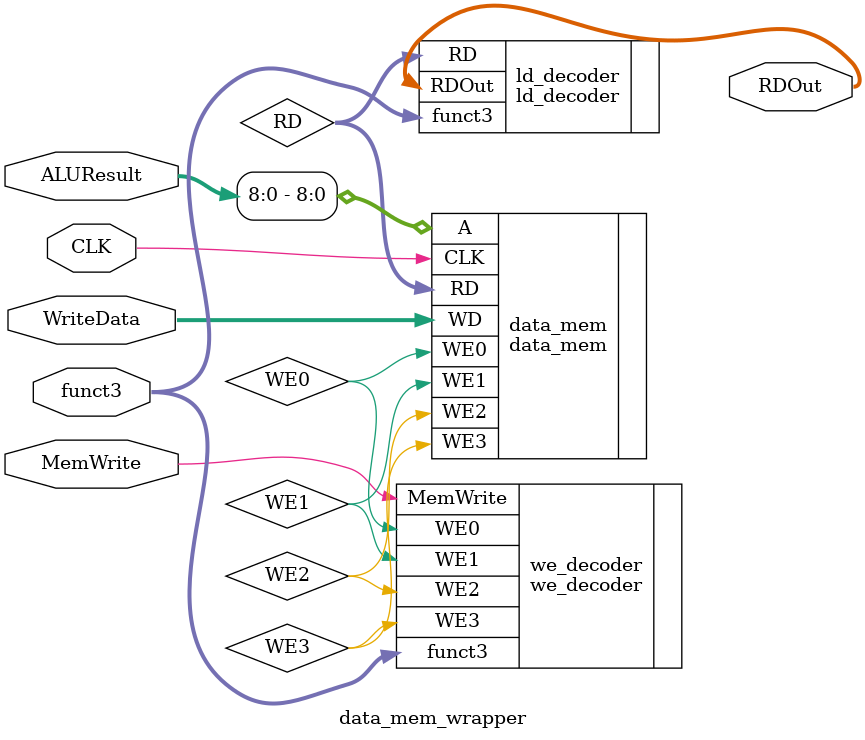
<source format=sv>
module data_mem_wrapper #(
    parameter DATA_WIDTH = 32,
    parameter MEM_ADDRESS_WIDTH = 9,
    parameter FUNCT3_WIDTH = 3,
    parameter BYTE_WIDTH   = 8

)(
    input logic                  CLK,
    input logic [DATA_WIDTH-1:0] ALUResult,
    input logic [DATA_WIDTH-1:0] WriteData,
    input logic [FUNCT3_WIDTH-1:0] funct3,
    input logic                    MemWrite,
    output logic [DATA_WIDTH-1:0]  RDOut
);
    logic WE0;
    logic WE1;
    logic WE2;
    logic WE3;
    logic [DATA_WIDTH-1:0] RD;
    data_mem  #(
        .DATA_WIDTH(DATA_WIDTH),
        .ADDRESS_WIDTH(MEM_ADDRESS_WIDTH),
        .BYTE_WIDTH(BYTE_WIDTH)
    )
    data_mem (
        .CLK(CLK),
        .A(ALUResult[8:0]),
        .WD(WriteData),
        .WE0(WE0),
        .WE1(WE1),
        .WE2(WE2),
        .WE3(WE3),
        .RD(RD)
    );

    we_decoder #()
    we_decoder (
        .funct3(funct3),
        .MemWrite(MemWrite),
        .WE0(WE0),
        .WE1(WE1),
        .WE2(WE2),
        .WE3(WE3)
    );

    ld_decoder #(
        .DATA_WIDTH(DATA_WIDTH)
    )
    ld_decoder(
        .RD(RD),
        .funct3(funct3),
        .RDOut(RDOut)
    );


endmodule

</source>
